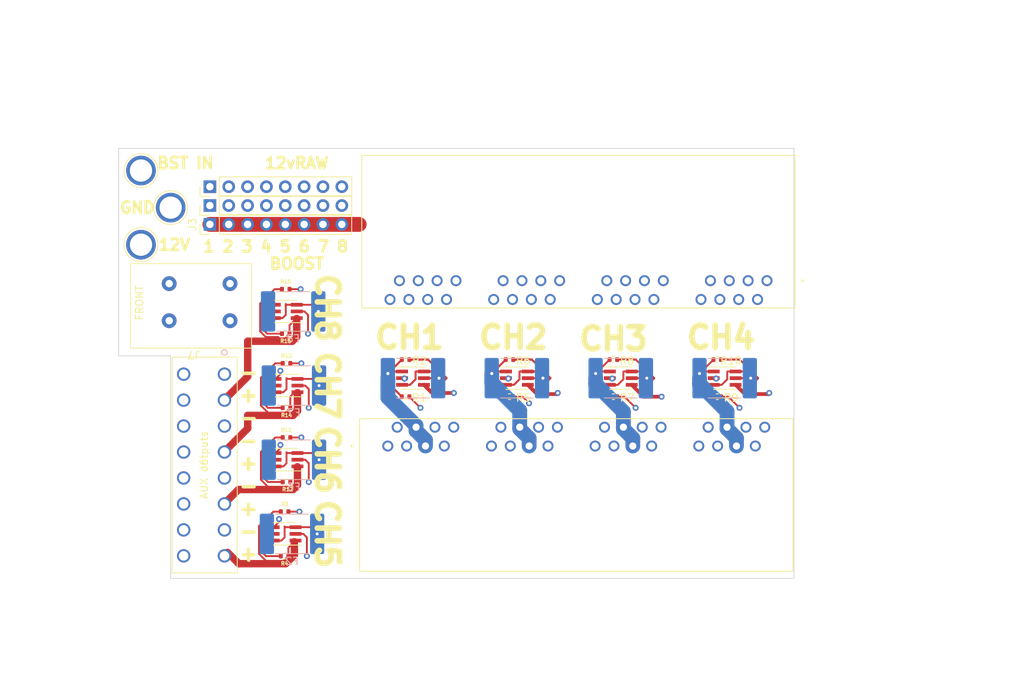
<source format=kicad_pcb>
(kicad_pcb (version 20211014) (generator pcbnew)
  (layers (0 "F.Cu" signal) (1 "In1.Cu" signal) (2 "In2.Cu" signal) (31 "B.Cu" signal) (34 "B.Paste" user) (35 "F.Paste" user) (36 "B.SilkS" user "B.Silkscreen") (37 "F.SilkS" user "F.Silkscreen") (38 "B.Mask" user) (39 "F.Mask" user) (44 "Edge.Cuts" user))
  (net 0 "")
  (net 1 "GND")
  (net 2 "POE1_PWR")
  (net 3 "Net-(D1-Pad5)")
  (net 4 "/Aux Power/PWR_OUT")
  (net 5 "Net-(D2-Pad5)")
  (net 6 "AUX1_IN")
  (net 7 "POE2_PWR")
  (net 8 "POE3_PWR")
  (net 9 "POE4_PWR")
  (net 10 "/Aux Power1/PWR_OUT")
  (net 11 "AUX2_IN")
  (net 12 "/Aux Power2/PWR_OUT")
  (net 13 "AUX3_IN")
  (net 14 "/Aux Power3/PWR_OUT")
  (net 15 "AUX4_IN")
  (net 16 "/Injector Block/Out4")
  (net 17 "+12V")
  (net 18 "Net-(D3-Pad5)")
  (net 19 "Net-(D4-Pad5)")
  (net 20 "Net-(D5-Pad5)")
  (net 21 "/Injector Block1/Out4")
  (net 22 "Net-(D6-Pad5)")
  (net 23 "Net-(D7-Pad5)")
  (net 24 "Net-(D8-Pad5)")
  (net 25 "/Injector Block2/Out4")
  (net 26 "/Injector Block3/Out4")
  (net 27 "/Injector Block/In1")
  (net 28 "/Injector Block/In2")
  (net 29 "/Injector Block/In3")
  (net 30 "/Injector Block/In4")
  (net 31 "/Injector Block/In5")
  (net 32 "/Injector Block/In6")
  (net 33 "/Injector Block/In7")
  (net 34 "/Injector Block/In8")
  (net 35 "/Injector Block1/In1")
  (net 36 "/Injector Block1/In2")
  (net 37 "/Injector Block1/In3")
  (net 38 "/Injector Block1/In4")
  (net 39 "/Injector Block1/In5")
  (net 40 "/Injector Block1/In6")
  (net 41 "/Injector Block1/In7")
  (net 42 "/Injector Block1/In8")
  (net 43 "/Injector Block2/In1")
  (net 44 "/Injector Block2/In2")
  (net 45 "/Injector Block2/In3")
  (net 46 "/Injector Block2/In4")
  (net 47 "/Injector Block2/In5")
  (net 48 "/Injector Block2/In6")
  (net 49 "/Injector Block2/In7")
  (net 50 "/Injector Block2/In8")
  (net 51 "/Injector Block3/In1")
  (net 52 "/Injector Block3/In2")
  (net 53 "/Injector Block3/In3")
  (net 54 "/Injector Block3/In4")
  (net 55 "/Injector Block3/In5")
  (net 56 "/Injector Block3/In6")
  (net 57 "/Injector Block3/In7")
  (net 58 "/Injector Block3/In8")
  (net 59 "+12P")
  (footprint "Resistor_SMD:R_0402_1005Metric" (layer "F.Cu") (at 49.66 44.5 180)
    (fp_text reference "R2")
    (fp_text value "600")
  )
  (footprint "custom:TE_5557562-1" (layer "F.Cu") (at 72.66 62.5)
    (fp_text reference "J1" hide)
    (fp_text value "5557562-1")
  )
  (footprint "Connector_PinHeader_2.54mm:PinHeader_1x08_P2.54mm_Vertical" (layer "F.Cu") (at 23.285 26.26 90)
    (fp_text reference "J3")
    (fp_text value "BOOST")
  )
  (footprint "custom:TE_5557562-1" (layer "F.Cu") (at 72.96 27.5 180)
    (fp_text reference "J2" hide)
    (fp_text value "5557562-1")
  )
  (footprint "Resistor_SMD:R_0402_1005Metric" (layer "F.Cu") (at 77.66 44.5 180)
    (fp_text reference "R8")
    (fp_text value "600")
  )
  (footprint "Resistor_SMD:R_0402_1005Metric" (layer "F.Cu") (at 63.66 49.5)
    (fp_text reference "R5")
    (fp_text value "600")
  )
  (footprint "Resistor_SMD:R_0402_1005Metric" (layer "F.Cu") (at 33.61 51)
    (fp_text reference "R14")
    (fp_text value "600")
  )
  (footprint "Resistor_SMD:R_0402_1005Metric" (layer "F.Cu") (at 33.61 55)
    (fp_text reference "R11")
    (fp_text value "600")
  )
  (footprint "Resistor_SMD:R_0402_1005Metric" (layer "F.Cu") (at 33.51 41)
    (fp_text reference "R16")
    (fp_text value "600")
  )
  (footprint "Resistor_SMD:R_0402_1005Metric" (layer "F.Cu") (at 33.355 71)
    (fp_text reference "R4")
    (fp_text value "600")
  )
  (footprint "LED_SMD:LED_Avago_PLCC6_3x2.8mm" (layer "F.Cu") (at 92.66 47)
    (fp_text reference "D5" hide)
    (fp_text value "LED_RGB")
  )
  (footprint "LED_SMD:LED_Avago_PLCC6_3x2.8mm" (layer "F.Cu") (at 33.51 38 180)
    (fp_text reference "D8" hide)
    (fp_text value "LED_RGB")
  )
  (footprint "LED_SMD:LED_Avago_PLCC6_3x2.8mm" (layer "F.Cu") (at 33.355 68 180)
    (fp_text reference "D2" hide)
    (fp_text value "LED_RGB")
  )
  (footprint "LED_SMD:LED_Avago_PLCC6_3x2.8mm" (layer "F.Cu") (at 33.61 48 180)
    (fp_text reference "D7" hide)
    (fp_text value "LED_RGB")
  )
  (footprint "TestPoint:TestPoint_Plated_Hole_D3.0mm" (layer "F.Cu") (at 14 19)
    (fp_text reference "TP2" hide)
    (fp_text value "BOOST OUT")
  )
  (footprint "LED_SMD:LED_Avago_PLCC6_3x2.8mm" (layer "F.Cu") (at 64.66 47)
    (fp_text reference "D3" hide)
    (fp_text value "LED_RGB")
  )
  (footprint "Resistor_SMD:R_0402_1005Metric" (layer "F.Cu") (at 91.66 49.5)
    (fp_text reference "R9")
    (fp_text value "600")
  )
  (footprint "Connector_PinHeader_2.54mm:PinHeader_1x08_P2.54mm_Vertical" (layer "F.Cu") (at 23.285 23.72 90)
    (fp_text reference "J4" hide)
    (fp_text value "MOD_IN")
  )
  (footprint "LED_SMD:LED_Avago_PLCC6_3x2.8mm" (layer "F.Cu") (at 33.61 58 180)
    (fp_text reference "D6" hide)
    (fp_text value "LED_RGB")
  )
  (footprint "TestPoint:TestPoint_Plated_Hole_D3.0mm" (layer "F.Cu") (at 14 29)
    (fp_text reference "TP1" hide)
    (fp_text value "12v")
  )
  (footprint "Resistor_SMD:R_0402_1005Metric" (layer "F.Cu") (at 33.355 65)
    (fp_text reference "R3")
    (fp_text value "600")
  )
  (footprint "Resistor_SMD:R_0402_1005Metric" (layer "F.Cu") (at 77.66 49.5)
    (fp_text reference "R7")
    (fp_text value "600")
  )
  (footprint "custom:1825700000" (layer "F.Cu") (at 25.248501 46.461999 -90)
    (fp_text reference "J6")
    (fp_text value "AUX outputs")
  )
  (footprint "Resistor_SMD:R_0402_1005Metric" (layer "F.Cu") (at 49.66 49.5)
    (fp_text reference "R1")
    (fp_text value "600")
  )
  (footprint "Connector_PinHeader_2.54mm:PinHeader_1x08_P2.54mm_Vertical" (layer "F.Cu") (at 23.285 21.18 90)
    (fp_text reference "J5" hide)
    (fp_text value "12v DIRECT")
  )
  (footprint "Resistor_SMD:R_0402_1005Metric" (layer "F.Cu") (at 33.51 35)
    (fp_text reference "R15")
    (fp_text value "600")
  )
  (footprint "custom:WAGO-2604-1102" (layer "F.Cu") (at 17.8 34.25 180)
    (fp_text reference "J7")
    (fp_text value "Conn_01x02_Male")
  )
  (footprint "Resistor_SMD:R_0402_1005Metric" (layer "F.Cu") (at 91.66 44.5 180)
    (fp_text reference "R10")
    (fp_text value "600")
  )
  (footprint "TestPoint:TestPoint_Plated_Hole_D3.0mm" (layer "F.Cu") (at 18 24)
    (fp_text reference "TP3" hide)
    (fp_text value "GND")
  )
  (footprint "Resistor_SMD:R_0402_1005Metric" (layer "F.Cu") (at 33.61 45)
    (fp_text reference "R13")
    (fp_text value "600")
  )
  (footprint "Resistor_SMD:R_0402_1005Metric" (layer "F.Cu") (at 63.66 44.5 180)
    (fp_text reference "R6")
    (fp_text value "600")
  )
  (footprint "LED_SMD:LED_Avago_PLCC6_3x2.8mm" (layer "F.Cu") (at 78.66 47)
    (fp_text reference "D4" hide)
    (fp_text value "LED_RGB")
  )
  (footprint "Resistor_SMD:R_0402_1005Metric" (layer "F.Cu") (at 33.61 61)
    (fp_text reference "R12")
    (fp_text value "600")
  )
  (footprint "LED_SMD:LED_Avago_PLCC6_3x2.8mm" (layer "F.Cu") (at 50.66 47)
    (fp_text reference "D1" hide)
    (fp_text value "LED_RGB")
  )
  (footprint "Fuse:Fuse_2920_7451Metric" (layer "B.Cu") (at 78.66 47)
    (fp_text reference "F4" hide)
    (fp_text value "Polyfuse")
  )
  (footprint "Fuse:Fuse_2920_7451Metric" (layer "B.Cu") (at 34.61 48)
    (fp_text reference "F7")
    (fp_text value "Polyfuse")
  )
  (footprint "Fuse:Fuse_2920_7451Metric" (layer "B.Cu") (at 64.66 47)
    (fp_text reference "F3" hide)
    (fp_text value "Polyfuse")
  )
  (footprint "Fuse:Fuse_2920_7451Metric" (layer "B.Cu") (at 92.66 47)
    (fp_text reference "F5" hide)
    (fp_text value "Polyfuse")
  )
  (footprint "Fuse:Fuse_2920_7451Metric" (layer "B.Cu") (at 34.51 38)
    (fp_text reference "F8")
    (fp_text value "Polyfuse")
  )
  (footprint "Fuse:Fuse_2920_7451Metric" (layer "B.Cu") (at 34.355 68)
    (fp_text reference "F2")
    (fp_text value "Polyfuse")
  )
  (footprint "Fuse:Fuse_2920_7451Metric" (layer "B.Cu") (at 34.61 58)
    (fp_text reference "F6")
    (fp_text value "Polyfuse")
  )
  (footprint "Fuse:Fuse_2920_7451Metric" (layer "B.Cu") (at 50.66 47)
    (fp_text reference "F1" hide)
    (fp_text value "Polyfuse")
  )
  (gr_line (start 11 16) (end 11 44) (layer "Edge.Cuts") (width 0.1))
  (gr_line (start 11 44) (end 18 44) (layer "Edge.Cuts") (width 0.1))
  (gr_line (start 102 16) (end 11 16) (layer "Edge.Cuts") (width 0.1))
  (gr_line (start 18 44) (end 18 74) (layer "Edge.Cuts") (width 0.1))
  (gr_line (start 18 74) (end 102 74) (layer "Edge.Cuts") (width 0.1))
  (gr_line (start 102 74) (end 102 16) (layer "Edge.Cuts") (width 0.1))
  (gr_text "CH1\n" (at 50.16 41.5) (layer "F.SilkS") (effects (font (size 3 3) (thickness 0.75))))
  (gr_text "CH4\n" (at 92.16 41.5) (layer "F.SilkS") (effects (font (size 3 3) (thickness 0.75))))
  (gr_text "BOOST" (at 35 31.55) (layer "F.SilkS") (effects (font (size 1.5 1.5) (thickness 0.375))))
  (gr_text "CH3\n\n" (at 77.66 44.12) (layer "F.SilkS") (effects (font (size 3 3) (thickness 0.75))))
  (gr_text "CH2\n" (at 64.16 41.5) (layer "F.SilkS") (effects (font (size 3 3) (thickness 0.75))))
  (gr_text "CH6" (at 39.11 58 270) (layer "F.SilkS") (effects (font (size 3 3) (thickness 0.75))))
  (gr_text "+\n-\n+\n-\n+\n-\n-\n+\n-" (at 30 58.712 180) (layer "F.SilkS") (effects (font (size 1.9 1.9) (thickness 0.475)) (justify left)))
  (gr_text "12vRAW" (at 35 18) (layer "F.SilkS") (effects (font (size 1.5 1.5) (thickness 0.375))))
  (gr_text "CH5" (at 39.11 68 270) (layer "F.SilkS") (effects (font (size 3 3) (thickness 0.75))))
  (gr_text "CH7" (at 39.11 48 270) (layer "F.SilkS") (effects (font (size 3 3) (thickness 0.75))))
  (gr_text "12V" (at 18.5 29) (layer "F.SilkS") (effects (font (size 1.5 1.5) (thickness 0.375))))
  (gr_text "1 2 3 4 5 6 7 8" (at 32.16 29.25) (layer "F.SilkS") (effects (font (size 1.5 1.5) (thickness 0.375))))
  (gr_text "CH8" (at 39.11 37.5 270) (layer "F.SilkS") (effects (font (size 3 3) (thickness 0.75))))
  (gr_text "GND" (at 13.5 24) (layer "F.SilkS") (effects (font (size 1.5 1.5) (thickness 0.375))))
  (gr_text "BST IN\n" (at 20 18) (layer "F.SilkS") (effects (font (size 1.5 1.5) (thickness 0.375))))
  (segment (start 77.459502 47) (end 77.51 47.050498) (width 0.25) (layer "F.Cu") (net 1))
  (segment (start 36.135 58) (end 35.085 58) (width 0.25) (layer "F.Cu") (net 1))
  (segment (start 36.61 51) (end 36.61 48.475) (width 0.25) (layer "F.Cu") (net 1))
  (segment (start 50.17 49.5) (end 50.17 49.51) (width 0.25) (layer "F.Cu") (net 1))
  (segment (start 36.61 61) (end 36.61 58.475) (width 0.25) (layer "F.Cu") (net 1))
  (segment (start 35.61 55) (end 34.12 55) (width 0.25) (layer "F.Cu") (net 1))
  (segment (start 36.135 48) (end 35.085 48) (width 0.25) (layer "F.Cu") (net 1))
  (segment (start 49.185 47) (end 49.459502 47) (width 0.25) (layer "F.Cu") (net 1))
  (segment (start 63.185 47) (end 63.459502 47) (width 0.25) (layer "F.Cu") (net 1))
  (segment (start 36.61 58.475) (end 36.135 58) (width 0.25) (layer "F.Cu") (net 1))
  (segment (start 78.17 49.5) (end 79.16 49.5) (width 0.25) (layer "F.Cu") (net 1))
  (segment (start 92.17 49.5) (end 93.16 49.5) (width 0.25) (layer "F.Cu") (net 1))
  (segment (start 93.16 49.5) (end 94.66 51) (width 0.25) (layer "F.Cu") (net 1))
  (segment (start 65.405923 49.5) (end 66.297717 50.391794) (width 0.25) (layer "F.Cu") (net 1))
  (segment (start 77.185 47) (end 77.459502 47) (width 0.25) (layer "F.Cu") (net 1))
  (segment (start 91.459502 47) (end 91.51 47.050498) (width 0.25) (layer "F.Cu") (net 1))
  (segment (start 49.185 47) (end 49.459502 47) (width 0.25) (layer "F.Cu") (net 1))
  (segment (start 36.51 38.475) (end 36.035 38) (width 0.25) (layer "F.Cu") (net 1))
  (segment (start 35.61 45) (end 34.12 45) (width 0.25) (layer "F.Cu") (net 1))
  (segment (start 36.51 41) (end 36.51 38.475) (width 0.25) (layer "F.Cu") (net 1))
  (segment (start 35.51 35) (end 34.02 35) (width 0.25) (layer "F.Cu") (net 1))
  (segment (start 49.459502 47) (end 49.51 47.050498) (width 0.25) (layer "F.Cu") (net 1))
  (segment (start 36.355 68.475) (end 35.88 68) (width 0.25) (layer "F.Cu") (net 1))
  (segment (start 36.035 38) (end 34.985 38) (width 0.25) (layer "F.Cu") (net 1))
  (segment (start 35.88 68) (end 34.83 68) (width 0.25) (layer "F.Cu") (net 1))
  (segment (start 64.17 49.5) (end 65.405923 49.5) (width 0.25) (layer "F.Cu") (net 1))
  (segment (start 63.185 47) (end 63.459502 47) (width 0.25) (layer "F.Cu") (net 1))
  (segment (start 91.185 47) (end 91.459502 47) (width 0.25) (layer "F.Cu") (net 1))
  (segment (start 79.16 49.5) (end 80.66 51) (width 0.25) (layer "F.Cu") (net 1))
  (segment (start 50.17 49.51) (end 51.66 51) (width 0.25) (layer "F.Cu") (net 1))
  (segment (start 36.61 48.475) (end 36.135 48) (width 0.25) (layer "F.Cu") (net 1))
  (segment (start 63.459502 47) (end 63.51 47.050498) (width 0.25) (layer "F.Cu") (net 1))
  (segment (start 63.459502 47) (end 63.51 47.050498) (width 0.25) (layer "F.Cu") (net 1))
  (segment (start 35.355 65) (end 33.865 65) (width 0.25) (layer "F.Cu") (net 1))
  (segment (start 36.355 71) (end 36.355 68.475) (width 0.25) (layer "F.Cu") (net 1))
  (segment (start 49.459502 47) (end 49.51 47.050498) (width 0.25) (layer "F.Cu") (net 1))
  (via (at 91.51 47.050498) (size 0.8) (drill 0.4) (layers "F.Cu" "B.Cu") (net 1))
  (via (at 35.61 45) (size 0.8) (drill 0.4) (layers "F.Cu" "B.Cu") (net 1))
  (via (at 49.51 47.050498) (size 0.8) (drill 0.4) (layers "F.Cu" "B.Cu") (net 1))
  (via (at 35.51 35) (size 0.8) (drill 0.4) (layers "F.Cu" "B.Cu") (net 1))
  (via (at 35.61 55) (size 0.8) (drill 0.4) (layers "F.Cu" "B.Cu") (net 1))
  (via (at 77.51 47.050498) (size 0.8) (drill 0.4) (layers "F.Cu" "B.Cu") (net 1))
  (via (at 36.355 71) (size 0.8) (drill 0.4) (layers "F.Cu" "B.Cu") (net 1))
  (via (at 36.61 61) (size 0.8) (drill 0.4) (layers "F.Cu" "B.Cu") (net 1))
  (via (at 36.51 41) (size 0.8) (drill 0.4) (layers "F.Cu" "B.Cu") (net 1))
  (via (at 63.51 47.050498) (size 0.8) (drill 0.4) (layers "F.Cu" "B.Cu") (net 1))
  (via (at 35.355 65) (size 0.8) (drill 0.4) (layers "F.Cu" "B.Cu") (net 1))
  (via (at 94.66 51) (size 0.8) (drill 0.4) (layers "F.Cu" "B.Cu") (net 1))
  (via (at 66.297717 50.391794) (size 0.8) (drill 0.4) (layers "F.Cu" "B.Cu") (net 1))
  (via (at 63.51 47.050498) (size 0.8) (drill 0.4) (layers "F.Cu" "B.Cu") (net 1))
  (via (at 80.66 51) (size 0.8) (drill 0.4) (layers "F.Cu" "B.Cu") (net 1))
  (via (at 49.51 47.050498) (size 0.8) (drill 0.4) (layers "F.Cu" "B.Cu") (net 1))
  (via (at 36.61 51) (size 0.8) (drill 0.4) (layers "F.Cu" "B.Cu") (net 1))
  (via (at 51.66 51) (size 0.8) (drill 0.4) (layers "F.Cu" "B.Cu") (net 1))
  (segment (start 53.26 46.1) (end 52.135 46.1) (width 0.25) (layer "F.Cu") (net 2))
  (segment (start 51.01 46.15) (end 51.06 46.1) (width 0.25) (layer "F.Cu") (net 2))
  (segment (start 51.01 47.15) (end 51.01 46.15) (width 0.25) (layer "F.Cu") (net 2))
  (segment (start 51.01 47.15) (end 51.01 46.15) (width 0.25) (layer "F.Cu") (net 2))
  (segment (start 49.185 47.9) (end 50.26 47.9) (width 0.25) (layer "F.Cu") (net 2))
  (segment (start 54.16 47) (end 53.26 46.1) (width 0.25) (layer "F.Cu") (net 2))
  (segment (start 49.185 47.9) (end 50.26 47.9) (width 0.25) (layer "F.Cu") (net 2))
  (segment (start 50.26 47.9) (end 51.01 47.15) (width 0.25) (layer "F.Cu") (net 2))
  (segment (start 51.06 46.1) (end 52.135 46.1) (width 0.25) (layer "F.Cu") (net 2))
  (segment (start 51.06 46.1) (end 52.135 46.1) (width 0.25) (layer "F.Cu") (net 2))
  (segment (start 51.01 46.15) (end 51.06 46.1) (width 0.25) (layer "F.Cu") (net 2))
  (segment (start 53.26 46.1) (end 52.135 46.1) (width 0.25) (layer "F.Cu") (net 2))
  (segment (start 54.16 47) (end 53.26 46.1) (width 0.25) (layer "F.Cu") (net 2))
  (segment (start 50.26 47.9) (end 51.01 47.15) (width 0.25) (layer "F.Cu") (net 2))
  (via (at 54.16 47) (size 0.8) (drill 0.4) (layers "F.Cu" "B.Cu") (net 2))
  (via (at 54.16 47) (size 0.8) (drill 0.4) (layers "F.Cu" "B.Cu") (net 2))
  (segment (start 55.16 47.025305) (end 55.16 46.974695) (width 0.25) (layer "F.Cu") (net 3))
  (segment (start 54.460305 47.725) (end 55.16 47.025305) (width 0.25) (layer "F.Cu") (net 3))
  (segment (start 52.685305 44.5) (end 50.17 44.5) (width 0.25) (layer "F.Cu") (net 3))
  (segment (start 53.859695 47.725) (end 54.460305 47.725) (width 0.25) (layer "F.Cu") (net 3))
  (segment (start 55.16 47.025305) (end 55.16 46.974695) (width 0.25) (layer "F.Cu") (net 3))
  (segment (start 55.16 46.974695) (end 52.685305 44.5) (width 0.25) (layer "F.Cu") (net 3))
  (segment (start 54.460305 47.725) (end 55.16 47.025305) (width 0.25) (layer "F.Cu") (net 3))
  (segment (start 53.134695 47) (end 53.859695 47.725) (width 0.25) (layer "F.Cu") (net 3))
  (segment (start 53.859695 47.725) (end 54.460305 47.725) (width 0.25) (layer "F.Cu") (net 3))
  (segment (start 52.135 47) (end 53.134695 47) (width 0.25) (layer "F.Cu") (net 3))
  (segment (start 53.134695 47) (end 53.859695 47.725) (width 0.25) (layer "F.Cu") (net 3))
  (segment (start 52.685305 44.5) (end 50.17 44.5) (width 0.25) (layer "F.Cu") (net 3))
  (segment (start 55.16 46.974695) (end 52.685305 44.5) (width 0.25) (layer "F.Cu") (net 3))
  (segment (start 52.135 47) (end 53.134695 47) (width 0.25) (layer "F.Cu") (net 3))
  (segment (start 33.865 71) (end 33.865 69.865) (width 0.25) (layer "F.Cu") (net 4))
  (segment (start 33.51 72.02) (end 27.179995 72.02) (width 1) (layer "F.Cu") (net 4))
  (segment (start 29.905 70.696396) (end 30.853604 71.645) (width 0.25) (layer "F.Cu") (net 4))
  (segment (start 32.845 65) (end 31.845 65) (width 0.25) (layer "F.Cu") (net 4))
  (segment (start 33.865 69.865) (end 34.67 69.06) (width 0.25) (layer "F.Cu") (net 4))
  (segment (start 33.22 71.645) (end 33.865 71) (width 0.25) (layer "F.Cu") (net 4))
  (segment (start 27.179995 72.02) (end 25.66 70.500005) (width 1) (layer "F.Cu") (net 4))
  (segment (start 30.853604 71.645) (end 33.22 71.645) (width 0.25) (layer "F.Cu") (net 4))
  (segment (start 34.67 70.86) (end 33.51 72.02) (width 1) (layer "F.Cu") (net 4))
  (segment (start 31.845 65) (end 29.905 66.94) (width 0.25) (layer "F.Cu") (net 4))
  (segment (start 34.67 69.06) (end 34.67 70.86) (width 1) (layer "F.Cu") (net 4))
  (segment (start 34.67 69.06) (end 34.83 68.9) (width 0.25) (layer "F.Cu") (net 4))
  (segment (start 29.905 66.94) (end 29.905 70.696396) (width 0.25) (layer "F.Cu") (net 4))
  (segment (start 30.355 70.51) (end 30.355 68) (width 0.25) (layer "F.Cu") (net 5))
  (segment (start 30.845 71) (end 30.355 70.51) (width 0.25) (layer "F.Cu") (net 5))
  (segment (start 32.845 71) (end 30.845 71) (width 0.25) (layer "F.Cu") (net 5))
  (segment (start 30.355 68) (end 31.88 68) (width 0.25) (layer "F.Cu") (net 5))
  (segment (start 33.355 68.475) (end 33.355 67) (width 0.25) (layer "F.Cu") (net 6))
  (segment (start 34.83 67.1) (end 36.8425 67.1) (width 0.25) (layer "F.Cu") (net 6))
  (segment (start 32.93 68.9) (end 33.355 68.475) (width 0.25) (layer "F.Cu") (net 6))
  (segment (start 31.88 68.9) (end 32.93 68.9) (width 0.25) (layer "F.Cu") (net 6))
  (segment (start 36.8425 67.1) (end 37.7425 68) (width 0.25) (layer "F.Cu") (net 6))
  (segment (start 33.455 67.1) (end 34.83 67.1) (width 0.25) (layer "F.Cu") (net 6))
  (segment (start 33.355 67) (end 33.455 67.1) (width 0.25) (layer "F.Cu") (net 6))
  (via (at 37.7425 68) (size 0.8) (drill 0.4) (layers "F.Cu" "B.Cu") (net 6))
  (segment (start 63.185 47.9) (end 64.26 47.9) (width 0.25) (layer "F.Cu") (net 7))
  (segment (start 63.185 47.9) (end 64.26 47.9) (width 0.25) (layer "F.Cu") (net 7))
  (segment (start 67.26 46.1) (end 66.135 46.1) (width 0.25) (layer "F.Cu") (net 7))
  (segment (start 65.01 47.15) (end 65.01 46.15) (width 0.25) (layer "F.Cu") (net 7))
  (segment (start 67.26 46.1) (end 66.135 46.1) (width 0.25) (layer "F.Cu") (net 7))
  (segment (start 64.26 47.9) (end 65.01 47.15) (width 0.25) (layer "F.Cu") (net 7))
  (segment (start 65.01 46.15) (end 65.06 46.1) (width 0.25) (layer "F.Cu") (net 7))
  (segment (start 68.16 47) (end 67.26 46.1) (width 0.25) (layer "F.Cu") (net 7))
  (segment (start 65.06 46.1) (end 66.135 46.1) (width 0.25) (layer "F.Cu") (net 7))
  (segment (start 65.01 46.15) (end 65.06 46.1) (width 0.25) (layer "F.Cu") (net 7))
  (segment (start 68.16 47) (end 67.26 46.1) (width 0.25) (layer "F.Cu") (net 7))
  (segment (start 65.01 47.15) (end 65.01 46.15) (width 0.25) (layer "F.Cu") (net 7))
  (segment (start 64.26 47.9) (end 65.01 47.15) (width 0.25) (layer "F.Cu") (net 7))
  (segment (start 65.06 46.1) (end 66.135 46.1) (width 0.25) (layer "F.Cu") (net 7))
  (via (at 68.16 47) (size 0.8) (drill 0.4) (layers "F.Cu" "B.Cu") (net 7))
  (via (at 68.16 47) (size 0.8) (drill 0.4) (layers "F.Cu" "B.Cu") (net 7))
  (segment (start 78.26 47.9) (end 79.01 47.15) (width 0.25) (layer "F.Cu") (net 8))
  (segment (start 81.26 46.1) (end 80.135 46.1) (width 0.25) (layer "F.Cu") (net 8))
  (segment (start 82.16 47) (end 81.26 46.1) (width 0.25) (layer "F.Cu") (net 8))
  (segment (start 79.01 46.15) (end 79.06 46.1) (width 0.25) (layer "F.Cu") (net 8))
  (segment (start 77.185 47.9) (end 78.26 47.9) (width 0.25) (layer "F.Cu") (net 8))
  (segment (start 79.06 46.1) (end 80.135 46.1) (width 0.25) (layer "F.Cu") (net 8))
  (segment (start 79.01 47.15) (end 79.01 46.15) (width 0.25) (layer "F.Cu") (net 8))
  (via (at 82.16 47) (size 0.8) (drill 0.4) (layers "F.Cu" "B.Cu") (net 8))
  (segment (start 91.185 47.9) (end 92.26 47.9) (width 0.25) (layer "F.Cu") (net 9))
  (segment (start 93.01 47.15) (end 93.01 46.15) (width 0.25) (layer "F.Cu") (net 9))
  (segment (start 93.06 46.1) (end 94.135 46.1) (width 0.25) (layer "F.Cu") (net 9))
  (segment (start 95.26 46.1) (end 94.135 46.1) (width 0.25) (layer "F.Cu") (net 9))
  (segment (start 92.26 47.9) (end 93.01 47.15) (width 0.25) (layer "F.Cu") (net 9))
  (segment (start 96.16 47) (end 95.26 46.1) (width 0.25) (layer "F.Cu") (net 9))
  (segment (start 93.01 46.15) (end 93.06 46.1) (width 0.25) (layer "F.Cu") (net 9))
  (via (at 96.16 47) (size 0.8) (drill 0.4) (layers "F.Cu" "B.Cu") (net 9))
  (segment (start 31.463604 62) (end 35.05 62) (width 0.25) (layer "F.Cu") (net 10))
  (segment (start 30.16 60.696396) (end 31.463604 62) (width 0.25) (layer "F.Cu") (net 10))
  (segment (start 27.140003 62.02) (end 25.66 63.500003) (width 1) (layer "F.Cu") (net 10))
  (segment (start 32.1 55) (end 30.16 56.94) (width 0.25) (layer "F.Cu") (net 10))
  (segment (start 35.085 58.95) (end 35.085 61.425) (width 1) (layer "F.Cu") (net 10))
  (segment (start 33.1 55) (end 32.1 55) (width 0.25) (layer "F.Cu") (net 10))
  (segment (start 34.49 62.02) (end 27.140003 62.02) (width 1) (layer "F.Cu") (net 10))
  (segment (start 30.16 56.94) (end 30.16 60.696396) (width 0.25) (layer "F.Cu") (net 10))
  (segment (start 35.05 62) (end 35.085 62.035) (width 0.25) (layer "F.Cu") (net 10))
  (segment (start 35.085 61.425) (end 34.49 62.02) (width 1) (layer "F.Cu") (net 10))
  (segment (start 35.085 62.035) (end 35.085 58.9) (width 0.25) (layer "F.Cu") (net 10))
  (segment (start 32.135 58.9) (end 33.185 58.9) (width 0.25) (layer "F.Cu") (net 11))
  (segment (start 33.185 58.9) (end 33.61 58.475) (width 0.25) (layer "F.Cu") (net 11))
  (segment (start 35.085 57.1) (end 37.0975 57.1) (width 0.25) (layer "F.Cu") (net 11))
  (segment (start 33.61 58.475) (end 33.61 57) (width 0.25) (layer "F.Cu") (net 11))
  (segment (start 33.71 57.1) (end 35.085 57.1) (width 0.25) (layer "F.Cu") (net 11))
  (segment (start 33.61 57) (end 33.71 57.1) (width 0.25) (layer "F.Cu") (net 11))
  (segment (start 37.0975 57.1) (end 37.9975 58) (width 0.25) (layer "F.Cu") (net 11))
  (via (at 37.9975 58) (size 0.8) (drill 0.4) (layers "F.Cu" "B.Cu") (net 11))
  (segment (start 32.1 45) (end 30.16 46.94) (width 0.25) (layer "F.Cu") (net 12))
  (segment (start 34.71 48.9) (end 35.085 48.9) (width 0.25) (layer "F.Cu") (net 12))
  (segment (start 35.085 51.425) (end 35.085 48.95) (width 1) (layer "F.Cu") (net 12))
  (segment (start 34.12 51) (end 34.12 49.49) (width 0.25) (layer "F.Cu") (net 12))
  (segment (start 28.38 52.02) (end 28.38 53.780002) (width 1) (layer "F.Cu") (net 12))
  (segment (start 33.475 51.645) (end 34.12 51) (width 0.25) (layer "F.Cu") (net 12))
  (segment (start 30.16 46.94) (end 30.16 50.696396) (width 0.25) (layer "F.Cu") (net 12))
  (segment (start 28.38 53.780002) (end 25.66 56.500002) (width 1) (layer "F.Cu") (net 12))
  (segment (start 30.16 50.696396) (end 31.108604 51.645) (width 0.25) (layer "F.Cu") (net 12))
  (segment (start 34.12 49.49) (end 34.71 48.9) (width 0.25) (layer "F.Cu") (net 12))
  (segment (start 33.1 45) (end 32.1 45) (width 0.25) (layer "F.Cu") (net 12))
  (segment (start 28.38 52.02) (end 34.49 52.02) (width 1) (layer "F.Cu") (net 12))
  (segment (start 31.108604 51.645) (end 33.475 51.645) (width 0.25) (layer "F.Cu") (net 12))
  (segment (start 34.49 52.02) (end 35.085 51.425) (width 1) (layer "F.Cu") (net 12))
  (segment (start 33.61 48.475) (end 33.61 47) (width 0.25) (layer "F.Cu") (net 13))
  (segment (start 32.135 48.9) (end 33.185 48.9) (width 0.25) (layer "F.Cu") (net 13))
  (segment (start 33.185 48.9) (end 33.61 48.475) (width 0.25) (layer "F.Cu") (net 13))
  (segment (start 33.71 47.1) (end 35.085 47.1) (width 0.25) (layer "F.Cu") (net 13))
  (segment (start 35.085 47.1) (end 37.0975 47.1) (width 0.25) (layer "F.Cu") (net 13))
  (segment (start 33.61 47) (end 33.71 47.1) (width 0.25) (layer "F.Cu") (net 13))
  (segment (start 37.0975 47.1) (end 37.9975 48) (width 0.25) (layer "F.Cu") (net 13))
  (via (at 37.9975 48) (size 0.8) (drill 0.4) (layers "F.Cu" "B.Cu") (net 13))
  (segment (start 28.38 46.780001) (end 25.66 49.500001) (width 1) (layer "F.Cu") (net 14))
  (segment (start 30.813604 41.45) (end 32.479462 41.45) (width 0.25) (layer "F.Cu") (net 14))
  (segment (start 34.02 39.865) (end 34.985 38.9) (width 0.25) (layer "F.Cu") (net 14))
  (segment (start 28.38 42.02) (end 34.39 42.02) (width 1) (layer "F.Cu") (net 14))
  (segment (start 34.985 41.425) (end 34.985 38.95) (width 1) (layer "F.Cu") (net 14))
  (segment (start 33 35) (end 32 35) (width 0.25) (layer "F.Cu") (net 14))
  (segment (start 34.39 42.02) (end 34.985 41.425) (width 1) (layer "F.Cu") (net 14))
  (segment (start 32.674462 41.645) (end 33.375 41.645) (width 0.25) (layer "F.Cu") (net 14))
  (segment (start 28.38 42.02) (end 28.38 46.780001) (width 1) (layer "F.Cu") (net 14))
  (segment (start 30.06 40.696396) (end 30.813604 41.45) (width 0.25) (layer "F.Cu") (net 14))
  (segment (start 34.02 41) (end 34.02 39.865) (width 0.25) (layer "F.Cu") (net 14))
  (segment (start 32.479462 41.45) (end 32.674462 41.645) (width 0.25) (layer "F.Cu") (net 14))
  (segment (start 33.375 41.645) (end 34.02 41) (width 0.25) (layer "F.Cu") (net 14))
  (segment (start 32 35) (end 30.06 36.94) (width 0.25) (layer "F.Cu") (net 14))
  (segment (start 30.06 36.94) (end 30.06 40.696396) (width 0.25) (layer "F.Cu") (net 14))
  (segment (start 32.035 38.9) (end 33.085 38.9) (width 0.25) (layer "F.Cu") (net 15))
  (segment (start 34.985 37.1) (end 36.9975 37.1) (width 0.25) (layer "F.Cu") (net 15))
  (segment (start 36.9975 37.1) (end 37.8975 38) (width 0.25) (layer "F.Cu") (net 15))
  (segment (start 33.085 38.9) (end 33.51 38.475) (width 0.25) (layer "F.Cu") (net 15))
  (segment (start 33.51 37) (end 33.61 37.1) (width 0.25) (layer "F.Cu") (net 15))
  (segment (start 33.61 37.1) (end 34.985 37.1) (width 0.25) (layer "F.Cu") (net 15))
  (segment (start 33.51 38.475) (end 33.51 37) (width 0.25) (layer "F.Cu") (net 15))
  (via (at 37.8975 38) (size 0.8) (drill 0.4) (layers "F.Cu" "B.Cu") (net 15))
  (segment (start 47.2725 47) (end 47.2725 46.3775) (width 0.25) (layer "F.Cu") (net 16))
  (segment (start 47.2725 46.3775) (end 49.15 44.5) (width 0.25) (layer "F.Cu") (net 16))
  (segment (start 47.2725 47.6225) (end 49.15 49.5) (width 0.25) (layer "F.Cu") (net 16))
  (segment (start 47.2725 47) (end 47.2725 46.3775) (width 0.25) (layer "F.Cu") (net 16))
  (segment (start 48.1725 46.1) (end 49.185 46.1) (width 0.25) (layer "F.Cu") (net 16))
  (segment (start 47.2725 47) (end 47.2725 47.6225) (width 0.25) (layer "F.Cu") (net 16))
  (segment (start 47.2725 47) (end 47.2725 47.6225) (width 0.25) (layer "F.Cu") (net 16))
  (segment (start 47.2725 47) (end 48.1725 46.1) (width 0.25) (layer "F.Cu") (net 16))
  (segment (start 47.2725 47) (end 48.1725 46.1) (width 0.25) (layer "F.Cu") (net 16))
  (segment (start 47.2725 46.3775) (end 49.15 44.5) (width 0.25) (layer "F.Cu") (net 16))
  (segment (start 48.1725 46.1) (end 49.185 46.1) (width 0.25) (layer "F.Cu") (net 16))
  (segment (start 47.2725 47.6225) (end 49.15 49.5) (width 0.25) (layer "F.Cu") (net 16))
  (via (at 47.2725 46.3775) (size 0.8) (drill 0.4) (layers "F.Cu" "B.Cu") (net 16))
  (via (at 47.2725 46.3775) (size 0.8) (drill 0.4) (layers "F.Cu" "B.Cu") (net 16))
  (segment (start 52.34 55.357839) (end 51.07 54.087839) (width 2) (layer "B.Cu") (net 16))
  (segment (start 51.07 54.087839) (end 51.07 53.61) (width 2) (layer "B.Cu") (net 16))
  (segment (start 47.2725 49.610339) (end 51.07 53.407839) (width 2) (layer "B.Cu") (net 16))
  (segment (start 52.34 56.15) (end 52.34 55.357839) (width 2) (layer "B.Cu") (net 16))
  (segment (start 51.07 53.407839) (end 51.07 53.61) (width 2) (layer "B.Cu") (net 16))
  (segment (start 47.2725 47) (end 47.2725 49.610339) (width 2) (layer "B.Cu") (net 16))
  (segment (start 67.385 49.15) (end 70.01 49.15) (width 0.5) (layer "F.Cu") (net 17))
  (segment (start 70.01 49.15) (end 70.16 49) (width 0.5) (layer "F.Cu") (net 17))
  (segment (start 52.135 47.9) (end 53.385 49.15) (width 0.5) (layer "F.Cu") (net 17))
  (segment (start 53.385 49.15) (end 53.535 49) (width 0.5) (layer "F.Cu") (net 17))
  (segment (start 95.385 49.15) (end 98.51 49.15) (width 0.5) (layer "F.Cu") (net 17))
  (segment (start 32.61 66) (end 32.61 66.37) (width 0.25) (layer "F.Cu") (net 17))
  (segment (start 81.735 49.5) (end 84.16 49.5) (width 0.5) (layer "F.Cu") (net 17))
  (segment (start 80.135 47.9) (end 81.385 49.15) (width 0.5) (layer "F.Cu") (net 17))
  (segment (start 81.385 49.15) (end 81.735 49.5) (width 0.5) (layer "F.Cu") (net 17))
  (segment (start 53.535 49) (end 56.16 49) (width 0.5) (layer "F.Cu") (net 17))
  (segment (start 94.135 47.9) (end 95.385 49.15) (width 0.5) (layer "F.Cu") (net 17))
  (segment (start 52.135 47.9) (end 53.385 49.15) (width 0.5) (layer "F.Cu") (net 17))
  (segment (start 66.135 47.9) (end 67.385 49.15) (width 0.5) (layer "F.Cu") (net 17))
  (segment (start 32.7845 56.4505) (end 32.135 57.1) (width 0.25) (layer "F.Cu") (net 17))
  (segment (start 32.7845 46) (end 32.7845 46.4505) (width 0.25) (layer "F.Cu") (net 17))
  (segment (start 32.7845 56) (end 32.7845 56.4505) (width 0.25) (layer "F.Cu") (net 17))
  (segment (start 98.51 49.15) (end 98.66 49) (width 0.5) (layer "F.Cu") (net 17))
  (segment (start 32.7845 46.4505) (end 32.135 47.1) (width 0.25) (layer "F.Cu") (net 17))
  (segment (start 66.135 47.9) (end 67.385 49.15) (width 0.5) (layer "F.Cu") (net 17))
  (segment (start 32.61 66.37) (end 31.88 67.1) (width 0.25) (layer "F.Cu") (net 17))
  (via (at 56.16 49) (size 0.8) (drill 0.4) (layers "F.Cu" "B.Cu") (net 17))
  (via (at 70.16 49) (size 0.8) (drill 0.4) (layers "F.Cu" "B.Cu") (net 17))
  (via (at 32.7845 46) (size 0.8) (drill 0.4) (layers "F.Cu" "B.Cu") (net 17))
  (via (at 98.66 49) (size 0.8) (drill 0.4) (layers "F.Cu" "B.Cu") (net 17))
  (via (at 32.61 66) (size 0.8) (drill 0.4) (layers "F.Cu" "B.Cu") (net 17))
  (via (at 32.7845 56) (size 0.8) (drill 0.4) (layers "F.Cu" "B.Cu") (net 17))
  (via (at 84.16 49.5) (size 0.8) (drill 0.4) (layers "F.Cu" "B.Cu") (net 17))
  (segment (start 69.16 46.974695) (end 66.685305 44.5) (width 0.25) (layer "F.Cu") (net 18))
  (segment (start 67.134695 47) (end 67.859695 47.725) (width 0.25) (layer "F.Cu") (net 18))
  (segment (start 67.859695 47.725) (end 68.460305 47.725) (width 0.25) (layer "F.Cu") (net 18))
  (segment (start 66.685305 44.5) (end 64.17 44.5) (width 0.25) (layer "F.Cu") (net 18))
  (segment (start 66.135 47) (end 67.134695 47) (width 0.25) (layer "F.Cu") (net 18))
  (segment (start 69.16 47.025305) (end 69.16 46.974695) (width 0.25) (layer "F.Cu") (net 18))
  (segment (start 67.859695 47.725) (end 68.460305 47.725) (width 0.25) (layer "F.Cu") (net 18))
  (segment (start 69.16 46.974695) (end 66.685305 44.5) (width 0.25) (layer "F.Cu") (net 18))
  (segment (start 68.460305 47.725) (end 69.16 47.025305) (width 0.25) (layer "F.Cu") (net 18))
  (segment (start 68.460305 47.725) (end 69.16 47.025305) (width 0.25) (layer "F.Cu") (net 18))
  (segment (start 66.685305 44.5) (end 64.17 44.5) (width 0.25) (layer "F.Cu") (net 18))
  (segment (start 67.134695 47) (end 67.859695 47.725) (width 0.25) (layer "F.Cu") (net 18))
  (segment (start 69.16 47.025305) (end 69.16 46.974695) (width 0.25) (layer "F.Cu") (net 18))
  (segment (start 66.135 47) (end 67.134695 47) (width 0.25) (layer "F.Cu") (net 18))
  (segment (start 82.460305 47.725) (end 83.16 47.025305) (width 0.25) (layer "F.Cu") (net 19))
  (segment (start 80.135 47) (end 81.134695 47) (width 0.25) (layer "F.Cu") (net 19))
  (segment (start 83.16 47.025305) (end 83.16 46.974695) (width 0.25) (layer "F.Cu") (net 19))
  (segment (start 80.685305 44.5) (end 78.17 44.5) (width 0.25) (layer "F.Cu") (net 19))
  (segment (start 83.16 46.974695) (end 80.685305 44.5) (width 0.25) (layer "F.Cu") (net 19))
  (segment (start 81.859695 47.725) (end 82.460305 47.725) (width 0.25) (layer "F.Cu") (net 19))
  (segment (start 81.134695 47) (end 81.859695 47.725) (width 0.25) (layer "F.Cu") (net 19))
  (segment (start 94.135 47) (end 95.134695 47) (width 0.25) (layer "F.Cu") (net 20))
  (segment (start 97.16 47.025305) (end 97.16 46.974695) (width 0.25) (layer "F.Cu") (net 20))
  (segment (start 94.685305 44.5) (end 92.17 44.5) (width 0.25) (layer "F.Cu") (net 20))
  (segment (start 97.16 46.974695) (end 94.685305 44.5) (width 0.25) (layer "F.Cu") (net 20))
  (segment (start 95.859695 47.725) (end 96.460305 47.725) (width 0.25) (layer "F.Cu") (net 20))
  (segment (start 95.134695 47) (end 95.859695 47.725) (width 0.25) (layer "F.Cu") (net 20))
  (segment (start 96.460305 47.725) (end 97.16 47.025305) (width 0.25) (layer "F.Cu") (net 20))
  (segment (start 61.2725 46.3775) (end 63.15 44.5) (width 0.25) (layer "F.Cu") (net 21))
  (segment (start 61.2725 47) (end 61.2725 46.3775) (width 0.25) (layer "F.Cu") (net 21))
  (segment (start 61.2725 46.3775) (end 63.15 44.5) (width 0.25) (layer "F.Cu") (net 21))
  (segment (start 61.2725 47.6225) (end 63.15 49.5) (width 0.25) (layer "F.Cu") (net 21))
  (segment (start 61.2725 47) (end 62.1725 46.1) (width 0.25) (layer "F.Cu") (net 21))
  (segment (start 62.1725 46.1) (end 63.185 46.1) (width 0.25) (layer "F.Cu") (net 21))
  (segment (start 61.2725 47) (end 61.2725 47.6225) (width 0.25) (layer "F.Cu") (net 21))
  (segment (start 62.1725 46.1) (end 63.185 46.1) (width 0.25) (layer "F.Cu") (net 21))
  (segment (start 61.2725 47) (end 62.1725 46.1) (width 0.25) (layer "F.Cu") (net 21))
  (segment (start 61.2725 47) (end 61.2725 46.3775) (width 0.25) (layer "F.Cu") (net 21))
  (segment (start 61.2725 47) (end 61.2725 47.6225) (width 0.25) (layer "F.Cu") (net 21))
  (segment (start 61.2725 47.6225) (end 63.15 49.5) (width 0.25) (layer "F.Cu") (net 21))
  (via (at 61.2725 46.3775) (size 0.8) (drill 0.4) (layers "F.Cu" "B.Cu") (net 21))
  (via (at 61.2725 46.3775) (size 0.8) (drill 0.4) (layers "F.Cu" "B.Cu") (net 21))
  (segment (start 66.31 55.104897) (end 65.04 53.834897) (width 2) (layer "B.Cu") (net 21))
  (segment (start 66.31 56.15) (end 66.31 55.104897) (width 2) (layer "B.Cu") (net 21))
  (segment (start 65.04 53.834897) (end 65.04 53.61) (width 2) (layer "B.Cu") (net 21))
  (segment (start 65.04 51.38) (end 61.2725 47.6125) (width 2) (layer "B.Cu") (net 21))
  (segment (start 61.2725 47.6125) (end 61.2725 46.3775) (width 2) (layer "B.Cu") (net 21))
  (segment (start 65.04 53.61) (end 65.04 51.38) (width 2) (layer "B.Cu") (net 21))
  (segment (start 33.1 61) (end 31.1 61) (width 0.25) (layer "F.Cu") (net 22))
  (segment (start 30.61 58) (end 32.135 58) (width 0.25) (layer "F.Cu") (net 22))
  (segment (start 30.61 60.51) (end 30.61 58) (width 0.25) (layer "F.Cu") (net 22))
  (segment (start 31.1 61) (end 30.61 60.51) (width 0.25) (layer "F.Cu") (net 22))
  (segment (start 30.61 48) (end 32.135 48) (width 0.25) (layer "F.Cu") (net 23))
  (segment (start 33.1 51) (end 31.1 51) (width 0.25) (layer "F.Cu") (net 23))
  (segment (start 30.61 50.51) (end 30.61 48) (width 0.25) (layer "F.Cu") (net 23))
  (segment (start 31.1 51) (end 30.61 50.51) (width 0.25) (layer "F.Cu") (net 23))
  (segment (start 30.51 38) (end 32.035 38) (width 0.25) (layer "F.Cu") (net 24))
  (segment (start 33 41) (end 31 41) (width 0.25) (layer "F.Cu") (net 24))
  (segment (start 31 41) (end 30.51 40.51) (width 0.25) (layer "F.Cu") (net 24))
  (segment (start 30.51 40.51) (end 30.51 38) (width 0.25) (layer "F.Cu") (net 24))
  (segment (start 75.2725 47) (end 75.2725 47.6225) (width 0.25) (layer "F.Cu") (net 25))
  (segment (start 76.1725 46.1) (end 77.185 46.1) (width 0.25) (layer "F.Cu") (net 25))
  (segment (start 75.2725 46.3775) (end 77.15 44.5) (width 0.25) (layer "F.Cu") (net 25))
  (segment (start 75.2725 47) (end 76.1725 46.1) (width 0.25) (layer "F.Cu") (net 25))
  (segment (start 75.2725 47.6225) (end 77.15 49.5) (width 0.25) (layer "F.Cu") (net 25))
  (segment (start 75.2725 47) (end 75.2725 46.3775) (width 0.25) (layer "F.Cu") (net 25))
  (via (at 75.2725 46.3775) (size 0.8) (drill 0.4) (layers "F.Cu" "B.Cu") (net 25))
  (segment (start 75.2725 47.786333) (end 75.2725 47) (width 2) (layer "B.Cu") (net 25))
  (segment (start 79.01 51.523833) (end 75.2725 47.786333) (width 2) (layer "B.Cu") (net 25))
  (segment (start 79.01 53.834897) (end 79.01 53.61) (width 2) (layer "B.Cu") (net 25))
  (segment (start 79.01 53.61) (end 79.01 51.523833) (width 2) (layer "B.Cu") (net 25))
  (segment (start 80.28 56.15) (end 80.28 55.104897) (width 2) (layer "B.Cu") (net 25))
  (segment (start 80.28 55.104897) (end 79.01 53.834897) (width 2) (layer "B.Cu") (net 25))
  (segment (start 90.1725 46.1) (end 91.185 46.1) (width 0.25) (layer "F.Cu") (net 26))
  (segment (start 89.2725 47) (end 89.2725 47.6225) (width 0.25) (layer "F.Cu") (net 26))
  (segment (start 89.2725 46.3775) (end 91.15 44.5) (width 0.25) (layer "F.Cu") (net 26))
  (segment (start 89.2725 47.6225) (end 91.15 49.5) (width 0.25) (layer "F.Cu") (net 26))
  (segment (start 89.2725 47) (end 90.1725 46.1) (width 0.25) (layer "F.Cu") (net 26))
  (segment (start 89.2725 47) (end 89.2725 46.3775) (width 0.25) (layer "F.Cu") (net 26))
  (via (at 89.2725 46.3775) (size 0.8) (drill 0.4) (layers "F.Cu" "B.Cu") (net 26))
  (segment (start 92.98 53.61) (end 92.98 51.493833) (width 2) (layer "B.Cu") (net 26))
  (segment (start 94.25 56.15) (end 94.25 55.09) (width 2) (layer "B.Cu") (net 26))
  (segment (start 94.25 55.09) (end 92.98 53.82) (width 2) (layer "B.Cu") (net 26))
  (segment (start 89.2725 47.786333) (end 89.2725 47) (width 2) (layer "B.Cu") (net 26))
  (segment (start 92.98 53.82) (end 92.98 53.61) (width 2) (layer "B.Cu") (net 26))
  (segment (start 92.98 51.493833) (end 89.2725 47.786333) (width 2) (layer "B.Cu") (net 26))
  (segment (start 43.407565 26.26) (end 41.065 26.26) (width 2) (layer "F.Cu") (net 59))
  (segment (start 23.285 26.26) (end 41.065 26.26) (width 2) (layer "F.Cu") (net 59))
)
</source>
